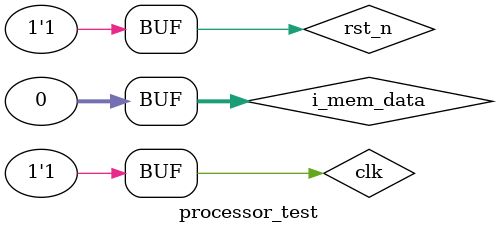
<source format=v>
`timescale 1ps/1ps

module processor_test    #(
        parameter i_addr_bits = 6,
        parameter d_addr_bits = 6,
        parameter WORDSIZE = 64,           /* define o tamanho da palavra */
        parameter INSTRUCTION_SIZE = 32    /* tamanho da instrução (32 para o RISC-V) */ 
    ) (
    );

    reg clk;
    reg rst_n;
    wire [i_addr_bits-1:0] i_mem_addr;
    reg [31:0] i_mem_data;
    wire d_mem_we;
    wire [d_addr_bits-1:0] d_mem_addr;
    wire [63:0] d_mem_data;

    processor uut
 (
    .clk(clk),
    .rst_n(rst_n),
    .i_mem_addr(i_mem_addr),
    .i_mem_data(i_mem_data),
    .d_mem_we(d_mem_we),
    .d_mem_addr(d_mem_addr),
    .d_mem_data(d_mem_data)
    );
   
    initial begin
    #10
    clk = 0;
    rst_n = 0;
    i_mem_data = 0;

    $display("Clock 0");

    #10 
    clk = 1;
    rst_n = 1;
    i_mem_data = 0;

    $display("Clock 1");

    #10
    clk = 0;
    rst_n = 1;
    i_mem_data = 0;

    $display("Clock 0");

    #10 
    clk = 1;
    rst_n = 1;
    i_mem_data = 0;

    $display("Clock 1");

     #10
    clk = 0;
    rst_n = 1;
    i_mem_data = 0;

    $display("Clock 0");

    #10 
    clk = 1;
    rst_n = 1;
    i_mem_data = 0;

    $display("Clock 1");

    #10
    clk = 0;
    rst_n = 1;
    i_mem_data = 0;

    $display("Clock 0");

    #10 
    clk = 1;
    rst_n = 1;
    i_mem_data = 0;

    $display("Clock 1");

     #10
    clk = 0;
    rst_n = 1;
    i_mem_data = 0;

    $display("Clock 0");


    #10 
    clk = 1;
    rst_n = 1;
    i_mem_data = 0;

    $display("Clock 1");

    #10
    clk = 0;
    rst_n = 1;
    i_mem_data = 0;

    $display("Clock 0");

    #10 
    clk = 1;
    rst_n = 1;
    i_mem_data = 0;

    $display("Clock 1");

    end
endmodule
</source>
